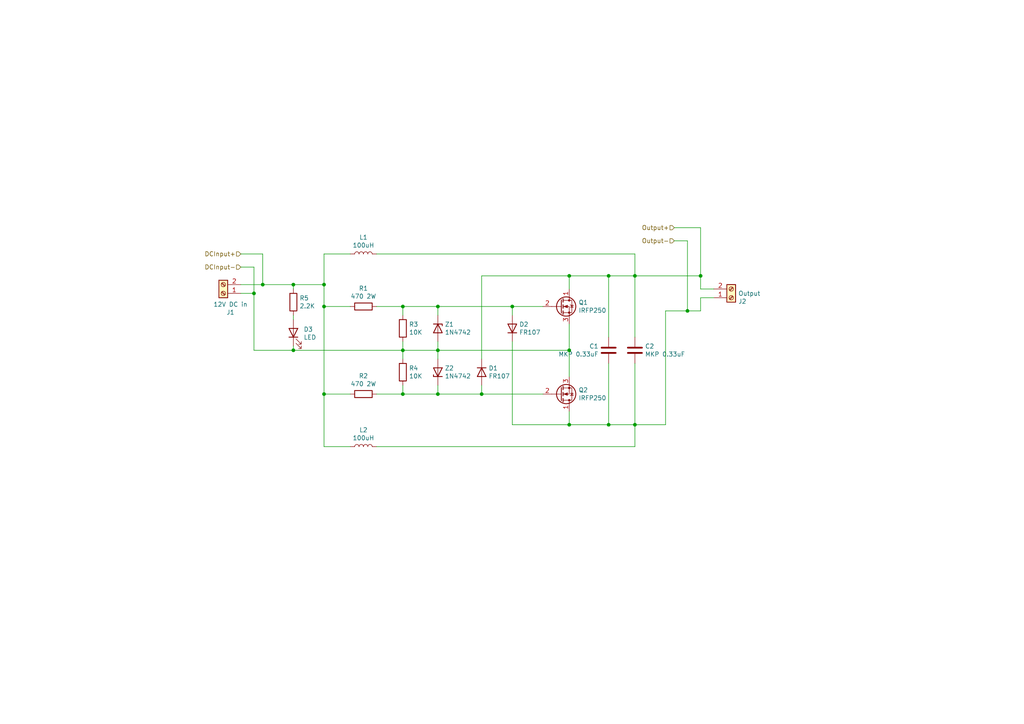
<source format=kicad_sch>
(kicad_sch (version 20211123) (generator eeschema)
  (paper "A4")
  (title_block (title "ZVS") (date "2020-01-10") (rev "1"))
  (lib_symbols
    (symbol "Connector:Screw_Terminal_01x02" (pin_names (offset 1.016) hide)
      (property "Reference" "J" (at 0 2.54 0))
      (property "Value" "Screw_Terminal_01x02" (at 0 -5.08 0))
      (symbol "Screw_Terminal_01x02_1_1"
        (rectangle (start -1.27 1.27) (end 1.27 -3.81) (stroke (width 0.254)) (fill (type background)))
        (circle (center 0 -2.54) (radius 0.635) (stroke (width 0.1524)))
        (polyline (pts (xy -0.5334 -2.2098) (xy 0.3302 -3.048)) (stroke (width 0.1524)))
        (polyline (pts (xy -0.5334 0.3302) (xy 0.3302 -0.508)) (stroke (width 0.1524)))
        (polyline (pts (xy -0.3556 -2.032) (xy 0.508 -2.8702)) (stroke (width 0.1524)))
        (polyline (pts (xy -0.3556 0.508) (xy 0.508 -0.3302)) (stroke (width 0.1524)))
        (circle (center 0 0) (radius 0.635) (stroke (width 0.1524)))
        (pin passive line (at -5.08 0 0) (length 3.81) (name "Pin_1") (number "1"))
        (pin passive line (at -5.08 -2.54 0) (length 3.81) (name "Pin_2") (number "2"))
      )
    )
    (symbol "Device:C" (pin_numbers hide) (pin_names (offset 0.254))
      (property "Reference" "C" (at 0.635 2.54 0))
      (property "Value" "C" (at 0.635 -2.54 0))
      (symbol "C_0_1"
        (polyline (pts (xy -2.032 -0.762) (xy 2.032 -0.762)) (stroke (width 0.508)))
        (polyline (pts (xy -2.032 0.762) (xy 2.032 0.762)) (stroke (width 0.508)))
      )
      (symbol "C_1_1"
        (pin passive line (at 0 3.81 270) (length 2.794) (name "~") (number "1"))
        (pin passive line (at 0 -3.81 90) (length 2.794) (name "~") (number "2"))
      )
    )
    (symbol "Device:D" (pin_numbers hide) (pin_names (offset 1.016) hide)
      (property "Reference" "D" (at 0 2.54 0))
      (property "Value" "D" (at 0 -2.54 0))
      (symbol "D_0_1"
        (polyline (pts (xy -1.27 1.27) (xy -1.27 -1.27)) (stroke (width 0.254)))
        (polyline (pts (xy 1.27 0) (xy -1.27 0)))
        (polyline (pts (xy 1.27 1.27) (xy 1.27 -1.27) (xy -1.27 0) (xy 1.27 1.27)) (stroke (width 0.254)))
      )
      (symbol "D_1_1"
        (pin passive line (at -3.81 0 0) (length 2.54) (name "K") (number "1"))
        (pin passive line (at 3.81 0 180) (length 2.54) (name "A") (number "2"))
      )
    )
    (symbol "Device:L" (pin_numbers hide) (pin_names (offset 1.016) hide)
      (property "Reference" "L" (at -1.27 0 90))
      (property "Value" "L" (at 1.905 0 90))
      (symbol "L_0_1"
        (arc (start 0 -2.54) (mid 0.635 -1.905) (end 0 -1.27))
        (arc (start 0 -1.27) (mid 0.635 -0.635) (end 0 0))
        (arc (start 0 0) (mid 0.635 0.635) (end 0 1.27))
        (arc (start 0 1.27) (mid 0.635 1.905) (end 0 2.54))
      )
      (symbol "L_1_1"
        (pin passive line (at 0 3.81 270) (length 1.27) (name "1") (number "1"))
        (pin passive line (at 0 -3.81 90) (length 1.27) (name "2") (number "2"))
      )
    )
    (symbol "Device:LED" (pin_numbers hide) (pin_names (offset 1.016) hide)
      (property "Reference" "D" (at 0 2.54 0))
      (property "Value" "LED" (at 0 -2.54 0))
      (symbol "LED_0_1"
        (polyline (pts (xy -1.27 -1.27) (xy -1.27 1.27)) (stroke (width 0.254)))
        (polyline (pts (xy -1.27 0) (xy 1.27 0)))
        (polyline (pts (xy 1.27 -1.27) (xy 1.27 1.27) (xy -1.27 0) (xy 1.27 -1.27)) (stroke (width 0.254)))
        (polyline (pts (xy -3.048 -0.762) (xy -4.572 -2.286) (xy -3.81 -2.286) (xy -4.572 -2.286) (xy -4.572 -1.524)))
        (polyline (pts (xy -1.778 -0.762) (xy -3.302 -2.286) (xy -2.54 -2.286) (xy -3.302 -2.286) (xy -3.302 -1.524)))
      )
      (symbol "LED_1_1"
        (pin passive line (at -3.81 0 0) (length 2.54) (name "K") (number "1"))
        (pin passive line (at 3.81 0 180) (length 2.54) (name "A") (number "2"))
      )
    )
    (symbol "Device:Q_NMOS_DGS" (pin_names (offset 0) hide)
      (property "Reference" "Q" (at 5.08 1.27 0))
      (property "Value" "Q_NMOS_DGS" (at 5.08 -1.27 0))
      (symbol "Q_NMOS_DGS_0_1"
        (polyline (pts (xy 0.254 0) (xy -2.54 0)))
        (polyline (pts (xy 0.254 1.905) (xy 0.254 -1.905)) (stroke (width 0.254)))
        (polyline (pts (xy 0.762 -1.27) (xy 0.762 -2.286)) (stroke (width 0.254)))
        (polyline (pts (xy 0.762 0.508) (xy 0.762 -0.508)) (stroke (width 0.254)))
        (polyline (pts (xy 0.762 2.286) (xy 0.762 1.27)) (stroke (width 0.254)))
        (polyline (pts (xy 2.54 2.54) (xy 2.54 1.778)))
        (polyline (pts (xy 2.54 -2.54) (xy 2.54 0) (xy 0.762 0)))
        (polyline (pts (xy 0.762 -1.778) (xy 3.302 -1.778) (xy 3.302 1.778) (xy 0.762 1.778)))
        (polyline (pts (xy 1.016 0) (xy 2.032 0.381) (xy 2.032 -0.381) (xy 1.016 0)) (fill (type outline)))
        (polyline (pts (xy 2.794 0.508) (xy 2.921 0.381) (xy 3.683 0.381) (xy 3.81 0.254)))
        (polyline (pts (xy 3.302 0.381) (xy 2.921 -0.254) (xy 3.683 -0.254) (xy 3.302 0.381)))
        (circle (center 1.651 0) (radius 2.794) (stroke (width 0.254)))
        (circle (center 2.54 -1.778) (radius 0.254) (fill (type outline)))
        (circle (center 2.54 1.778) (radius 0.254) (fill (type outline)))
      )
      (symbol "Q_NMOS_DGS_1_1"
        (pin passive line (at 2.54 5.08 270) (length 2.54) (name "D") (number "1"))
        (pin input line (at -5.08 0 0) (length 2.54) (name "G") (number "2"))
        (pin passive line (at 2.54 -5.08 90) (length 2.54) (name "S") (number "3"))
      )
    )
    (symbol "Device:R" (pin_numbers hide) (pin_names (offset 0))
      (property "Reference" "R" (at 2.032 0 90))
      (property "Value" "R" (at 0 0 90))
      (symbol "R_0_1"
        (rectangle (start -1.016 -2.54) (end 1.016 2.54) (stroke (width 0.254)))
      )
      (symbol "R_1_1"
        (pin passive line (at 0 3.81 270) (length 1.27) (name "~") (number "1"))
        (pin passive line (at 0 -3.81 90) (length 1.27) (name "~") (number "2"))
      )
    )
    (symbol "Diode:1N47xxA" (pin_numbers hide) (pin_names hide)
      (property "Reference" "D" (at 0 2.54 0))
      (property "Value" "1N47xxA" (at 0 -2.54 0))
      (symbol "1N47xxA_0_1"
        (polyline (pts (xy 1.27 0) (xy -1.27 0)))
        (polyline (pts (xy -1.27 -1.27) (xy -1.27 1.27) (xy -0.762 1.27)) (stroke (width 0.254)))
        (polyline (pts (xy 1.27 -1.27) (xy 1.27 1.27) (xy -1.27 0) (xy 1.27 -1.27)) (stroke (width 0.254)))
      )
      (symbol "1N47xxA_1_1"
        (pin passive line (at -3.81 0 0) (length 2.54) (name "K") (number "1"))
        (pin passive line (at 3.81 0 180) (length 2.54) (name "A") (number "2"))
      )
    )
  )
  (junction (at 148.59 88.9))
  (junction (at 127 114.3))
  (junction (at 165.1 80.01))
  (junction (at 76.2 82.55))
  (junction (at 203.2 80.01))
  (junction (at 176.53 123.19))
  (junction (at 176.53 80.01))
  (junction (at 93.98 114.3))
  (junction (at 139.7 114.3))
  (junction (at 127 88.9))
  (junction (at 165.1 123.19))
  (junction (at 93.98 82.55))
  (junction (at 116.84 114.3))
  (junction (at 93.98 88.9))
  (junction (at 85.09 82.55))
  (junction (at 184.15 80.01))
  (junction (at 116.84 88.9))
  (junction (at 165.1 101.6))
  (junction (at 85.09 101.6))
  (junction (at 184.15 123.19))
  (junction (at 199.39 90.17))
  (junction (at 73.66 85.09))
  (junction (at 116.84 101.6))
  (junction (at 127 101.6))
  (wire (pts (xy 184.15 80.01) (xy 203.2 80.01)))
  (wire (pts (xy 93.98 114.3) (xy 93.98 129.54)))
  (wire (pts (xy 184.15 97.79) (xy 184.15 80.01)))
  (wire (pts (xy 85.09 82.55) (xy 76.2 82.55)))
  (wire (pts (xy 176.53 105.41) (xy 176.53 123.19)))
  (wire (pts (xy 157.48 88.9) (xy 148.59 88.9)))
  (wire (pts (xy 184.15 73.66) (xy 184.15 80.01)))
  (wire (pts (xy 184.15 123.19) (xy 193.04 123.19)))
  (wire (pts (xy 93.98 129.54) (xy 101.6 129.54)))
  (wire (pts (xy 193.04 90.17) (xy 193.04 123.19)))
  (wire (pts (xy 73.66 101.6) (xy 85.09 101.6)))
  (wire (pts (xy 176.53 97.79) (xy 176.53 80.01)))
  (wire (pts (xy 165.1 80.01) (xy 165.1 83.82)))
  (wire (pts (xy 195.58 69.85) (xy 199.39 69.85)))
  (wire (pts (xy 139.7 114.3) (xy 139.7 111.76)))
  (wire (pts (xy 85.09 91.44) (xy 85.09 92.71)))
  (wire (pts (xy 127 99.06) (xy 127 101.6)))
  (wire (pts (xy 176.53 80.01) (xy 184.15 80.01)))
  (wire (pts (xy 73.66 77.47) (xy 73.66 85.09)))
  (wire (pts (xy 69.85 77.47) (xy 73.66 77.47)))
  (wire (pts (xy 193.04 90.17) (xy 199.39 90.17)))
  (wire (pts (xy 148.59 91.44) (xy 148.59 88.9)))
  (wire (pts (xy 85.09 82.55) (xy 93.98 82.55)))
  (wire (pts (xy 116.84 99.06) (xy 116.84 101.6)))
  (wire (pts (xy 203.2 86.36) (xy 203.2 90.17)))
  (wire (pts (xy 148.59 88.9) (xy 127 88.9)))
  (wire (pts (xy 93.98 82.55) (xy 93.98 73.66)))
  (wire (pts (xy 165.1 123.19) (xy 176.53 123.19)))
  (wire (pts (xy 85.09 100.33) (xy 85.09 101.6)))
  (wire (pts (xy 116.84 101.6) (xy 116.84 104.14)))
  (wire (pts (xy 148.59 123.19) (xy 165.1 123.19)))
  (wire (pts (xy 76.2 73.66) (xy 76.2 82.55)))
  (wire (pts (xy 127 101.6) (xy 127 104.14)))
  (wire (pts (xy 157.48 114.3) (xy 139.7 114.3)))
  (wire (pts (xy 203.2 83.82) (xy 203.2 80.01)))
  (wire (pts (xy 85.09 101.6) (xy 116.84 101.6)))
  (wire (pts (xy 69.85 73.66) (xy 76.2 73.66)))
  (wire (pts (xy 165.1 109.22) (xy 165.1 101.6)))
  (wire (pts (xy 127 114.3) (xy 139.7 114.3)))
  (wire (pts (xy 203.2 80.01) (xy 203.2 66.04)))
  (wire (pts (xy 109.22 88.9) (xy 116.84 88.9)))
  (wire (pts (xy 165.1 123.19) (xy 165.1 119.38)))
  (wire (pts (xy 199.39 90.17) (xy 203.2 90.17)))
  (wire (pts (xy 93.98 88.9) (xy 101.6 88.9)))
  (wire (pts (xy 184.15 105.41) (xy 184.15 123.19)))
  (wire (pts (xy 203.2 86.36) (xy 207.01 86.36)))
  (wire (pts (xy 73.66 85.09) (xy 73.66 101.6)))
  (wire (pts (xy 109.22 129.54) (xy 184.15 129.54)))
  (wire (pts (xy 176.53 123.19) (xy 184.15 123.19)))
  (wire (pts (xy 127 101.6) (xy 165.1 101.6)))
  (wire (pts (xy 199.39 69.85) (xy 199.39 90.17)))
  (wire (pts (xy 127 114.3) (xy 127 111.76)))
  (wire (pts (xy 148.59 99.06) (xy 148.59 123.19)))
  (wire (pts (xy 93.98 88.9) (xy 93.98 82.55)))
  (wire (pts (xy 109.22 73.66) (xy 184.15 73.66)))
  (wire (pts (xy 93.98 114.3) (xy 101.6 114.3)))
  (wire (pts (xy 165.1 101.6) (xy 165.1 93.98)))
  (wire (pts (xy 93.98 88.9) (xy 93.98 114.3)))
  (wire (pts (xy 69.85 82.55) (xy 76.2 82.55)))
  (wire (pts (xy 139.7 80.01) (xy 165.1 80.01)))
  (wire (pts (xy 139.7 104.14) (xy 139.7 80.01)))
  (wire (pts (xy 116.84 114.3) (xy 116.84 111.76)))
  (wire (pts (xy 184.15 129.54) (xy 184.15 123.19)))
  (wire (pts (xy 195.58 66.04) (xy 203.2 66.04)))
  (wire (pts (xy 116.84 88.9) (xy 127 88.9)))
  (wire (pts (xy 116.84 88.9) (xy 116.84 91.44)))
  (wire (pts (xy 109.22 114.3) (xy 116.84 114.3)))
  (wire (pts (xy 116.84 101.6) (xy 127 101.6)))
  (wire (pts (xy 165.1 80.01) (xy 176.53 80.01)))
  (wire (pts (xy 207.01 83.82) (xy 203.2 83.82)))
  (wire (pts (xy 127 88.9) (xy 127 91.44)))
  (wire (pts (xy 85.09 83.82) (xy 85.09 82.55)))
  (wire (pts (xy 116.84 114.3) (xy 127 114.3)))
  (wire (pts (xy 69.85 85.09) (xy 73.66 85.09)))
  (wire (pts (xy 93.98 73.66) (xy 101.6 73.66)))
  (hierarchical_label "Output+" (shape input) (at 195.58 66.04 180))
  (hierarchical_label "Output-" (shape input) (at 195.58 69.85 180))
  (hierarchical_label "DCInput-" (shape input) (at 69.85 77.47 180))
  (hierarchical_label "DCInput+" (shape input) (at 69.85 73.66 180))
  (symbol (lib_id "Connector:Screw_Terminal_01x02") (at 64.77 85.09 180) (unit 1)
    (property "Reference" "J1" (at 66.8528 90.6018 0))
    (property "Value" "12V DC in" (at 66.8528 88.2904 0))
    (property "Footprint" "TerminalBlock:TerminalBlock_bornier-2_P5.08mm" (effects hide))
  )
  (symbol (lib_id "Connector:Screw_Terminal_01x02") (at 212.09 86.36 0) (mirror x) (unit 1)
    (property "Reference" "J2" (at 214.122 87.4268 0) (effects (justify left)))
    (property "Value" "Output" (at 214.122 85.1154 0) (effects (justify left)))
    (property "Footprint" "TerminalBlock:TerminalBlock_bornier-2_P5.08mm" (effects hide))
  )
  (symbol (lib_id "Device:L") (at 105.41 73.66 90) (unit 1)
    (property "Reference" "L1" (at 105.41 68.834 90))
    (property "Value" "100uH" (at 105.41 71.1454 90))
    (property "Footprint" "Inductor_THT:L_Toroid_Vertical_L26.7mm_W14.0mm_P10.16mm_Pulse_D" (effects hide))
  )
  (symbol (lib_id "Device:R") (at 105.41 88.9 270) (unit 1)
    (property "Reference" "R1" (at 105.41 83.6422 90))
    (property "Value" "470 2W" (at 105.41 85.9536 90))
    (property "Footprint" "Resistor_THT:R_Axial_DIN0614_L14.3mm_D5.7mm_P20.32mm_Horizontal" (effects hide))
  )
  (symbol (lib_id "Device:R") (at 105.41 114.3 270) (unit 1)
    (property "Reference" "R2" (at 105.41 109.0422 90))
    (property "Value" "470 2W" (at 105.41 111.3536 90))
    (property "Footprint" "Resistor_THT:R_Axial_DIN0614_L14.3mm_D5.7mm_P20.32mm_Horizontal" (effects hide))
  )
  (symbol (lib_id "Device:R") (at 116.84 95.25 0) (unit 1)
    (property "Reference" "R3" (at 118.618 94.0816 0) (effects (justify left)))
    (property "Value" "10K" (at 118.618 96.393 0) (effects (justify left)))
    (property "Footprint" "Resistor_THT:R_Axial_DIN0207_L6.3mm_D2.5mm_P7.62mm_Horizontal" (effects hide))
  )
  (symbol (lib_id "Device:R") (at 116.84 107.95 0) (unit 1)
    (property "Reference" "R4" (at 118.618 106.7816 0) (effects (justify left)))
    (property "Value" "10K" (at 118.618 109.093 0) (effects (justify left)))
    (property "Footprint" "Resistor_THT:R_Axial_DIN0207_L6.3mm_D2.5mm_P7.62mm_Horizontal" (effects hide))
  )
  (symbol (lib_id "Diode:1N47xxA") (at 127 95.25 270) (unit 1)
    (property "Reference" "Z1" (at 129.0066 94.0816 90) (effects (justify left)))
    (property "Value" "1N4742" (at 129.0066 96.393 90) (effects (justify left)))
    (property "Footprint" "Diode_THT:D_DO-41_SOD81_P7.62mm_Horizontal" (effects hide))
    (property "Datasheet" "https://www.vishay.com/docs/85816/1n4728a.pdf" (effects hide))
  )
  (symbol (lib_id "Diode:1N47xxA") (at 127 107.95 90) (unit 1)
    (property "Reference" "Z2" (at 129.0066 106.7816 90) (effects (justify right)))
    (property "Value" "1N4742" (at 129.0066 109.093 90) (effects (justify right)))
    (property "Footprint" "Diode_THT:D_DO-41_SOD81_P7.62mm_Horizontal" (effects hide))
    (property "Datasheet" "https://www.vishay.com/docs/85816/1n4728a.pdf" (effects hide))
  )
  (symbol (lib_id "Device:D") (at 139.7 107.95 270) (unit 1)
    (property "Reference" "D1" (at 141.7066 106.7816 90) (effects (justify left)))
    (property "Value" "FR107" (at 141.7066 109.093 90) (effects (justify left)))
    (property "Footprint" "Diode_THT:D_DO-35_SOD27_P7.62mm_Horizontal" (effects hide))
  )
  (symbol (lib_id "Device:D") (at 148.59 95.25 90) (unit 1)
    (property "Reference" "D2" (at 150.5966 94.0816 90) (effects (justify right)))
    (property "Value" "FR107" (at 150.5966 96.393 90) (effects (justify right)))
    (property "Footprint" "Diode_THT:D_DO-35_SOD27_P7.62mm_Horizontal" (effects hide))
  )
  (symbol (lib_id "Device:Q_NMOS_DGS") (at 162.56 88.9 0) (unit 1)
    (property "Reference" "Q1" (at 167.7924 87.7316 0) (effects (justify left)))
    (property "Value" "IRFP250" (at 167.7924 90.043 0) (effects (justify left)))
    (property "Footprint" "Package_TO_SOT_THT:TO-247-3_Vertical" (effects hide))
  )
  (symbol (lib_id "Device:Q_NMOS_DGS") (at 162.56 114.3 0) (mirror x) (unit 1)
    (property "Reference" "Q2" (at 167.7924 113.1316 0) (effects (justify left)))
    (property "Value" "IRFP250" (at 167.7924 115.443 0) (effects (justify left)))
    (property "Footprint" "Package_TO_SOT_THT:TO-247-3_Vertical" (effects hide))
  )
  (symbol (lib_id "Device:C") (at 176.53 101.6 0) (mirror y) (unit 1)
    (property "Reference" "C1" (at 173.609 100.4316 0) (effects (justify left)))
    (property "Value" "MKP 0.33uF" (at 173.609 102.743 0) (effects (justify left)))
    (property "Footprint" "Capacitor_THT:C_Rect_L33.0mm_W13.0mm_P27.50mm_MKS4" (effects hide))
  )
  (symbol (lib_id "Device:C") (at 184.15 101.6 0) (unit 1)
    (property "Reference" "C2" (at 187.071 100.4316 0) (effects (justify left)))
    (property "Value" "MKP 0.33uF" (at 187.071 102.743 0) (effects (justify left)))
    (property "Footprint" "Capacitor_THT:C_Rect_L33.0mm_W13.0mm_P27.50mm_MKS4" (effects hide))
  )
  (symbol (lib_id "Device:L") (at 105.41 129.54 90) (unit 1)
    (property "Reference" "L2" (at 105.41 124.714 90))
    (property "Value" "100uH" (at 105.41 127.0254 90))
    (property "Footprint" "Inductor_THT:L_Toroid_Vertical_L26.7mm_W14.0mm_P10.16mm_Pulse_D" (effects hide))
  )
  (symbol (lib_id "Device:R") (at 85.09 87.63 0) (unit 1)
    (property "Reference" "R5" (at 86.868 86.4616 0) (effects (justify left)))
    (property "Value" "2.2K" (at 86.868 88.773 0) (effects (justify left)))
    (property "Footprint" "Resistor_THT:R_Axial_DIN0207_L6.3mm_D2.5mm_P7.62mm_Horizontal" (effects hide))
  )
  (symbol (lib_id "Device:LED") (at 85.09 96.52 90) (unit 1)
    (property "Reference" "D3" (at 88.0618 95.5294 90) (effects (justify right)))
    (property "Value" "LED" (at 88.0618 97.8408 90) (effects (justify right)))
    (property "Footprint" "LED_THT:LED_D3.0mm_FlatTop" (effects hide))
  )
)
</source>
